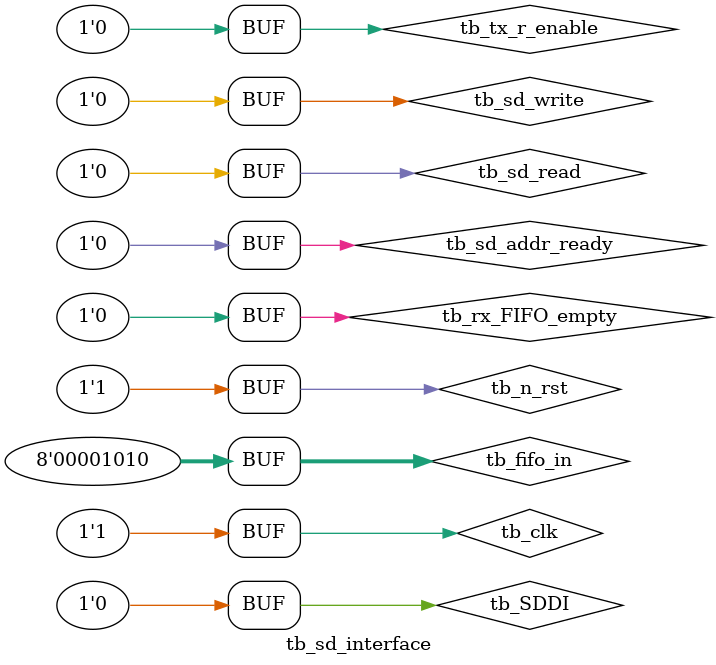
<source format=sv>
`timescale 1ns / 10ps
module tb_sd_interface ();
	

	localparam CLOCK = 9.6;
	reg tb_clk;
	reg tb_n_rst = 1;
	reg tb_sd_read = 0;
	reg tb_sd_write = 0;
	reg tb_sd_addr_ready= 0;
	reg [7:0] tb_fifo_in = 8'b01010101;
	reg tb_tx_r_enable = 1'b0;
	reg tb_sd_done;
	reg tb_sd_err;
	reg [7:0] tb_fifo_out;
	reg tb_r_enable_o;
	reg tb_SDCS;
	reg tb_SDCLK;
	reg tb_SDDI;
	reg tb_SDDO;

	reg tb_mem_clr;		// Active high strobe for at least 1 simulation timestep to zero memory contents
	reg tb_mem_init;	// Active high strobe for at least 1 simulation timestep to set the values for address in
										// currently selected init file to their corresonding values prescribed in the file
	reg tb_mem_dump;	// Active high strobe for at least 1 simulation timestep to dump all values modified since most recent mem_clr activation to
										// the currently chosen dump file. 
										// Only the locations between the "tb_start_address" and "tb_last_address" (inclusive) will be dumped
	reg tb_verbose;		// Active high enable for more verbose debuging information
	
	reg tb_read_enable;		// Active high read enable for the SRAM
	reg tb_write_enable;	// Active high write enable for the SRAM
	
	reg [11:0]	tb_address; 		// The address of the first word in the access
	reg [7:0]	tb_read_data;		// The data read from the SRAM
	reg [7:0]	tb_write_data;	// The data to be written to the SRAM
	reg tb_rx_FIFO_empty;
	
	//Wrapper portmap
	on_chip_sram_wrapper DUH
	(
		//Test bench control signals
		.mem_clr(tb_mem_clr),
		.mem_init(tb_mem_init),
		.mem_dump(tb_mem_dump),
		.verbose(tb_verbose),
		.init_file_number(tb_init_file_number),
		.dump_file_number(tb_dump_file_number),
		.start_address(tb_start_address),
		.last_address(tb_last_address),
		//Memory interface signals
		.read_enable(tb_read_enable),
		.write_enable(tb_write_enable),
		.address(tb_address),
		.read_data(tb_read_data),
		.write_data(tb_write_data)
	);

	sd_interface DUT (
		.clk(tb_clk),
		.n_rst(tb_n_rst),
		.sd_read(tb_sd_read),
		.sd_write(tb_sd_write),
		.sd_addr_ready(tb_sd_addr_ready),
		.fifo_in(tb_fifo_in),
		.tx_r_enable(tb_tx_r_enable),
		.sd_done(tb_sd_done),
		.sd_err(tb_sd_err),
		.fifo_out(tb_fifo_out),
		.r_enable_o(tb_r_enable_o),
		.test_r_enable(tb_read_enable),
		.test_w_enable(tb_write_enable),
		.test_data_fromFIFO(tb_read_data),
		.test_data_toFIFO(tb_write_data),
		.sd_FIFO_empty(),
		.rx_FIFO_empty(tb_rx_FIFO_empty),
		.sram_addr(tb_address),
		.SDCS(tb_SDCS),
		.SDCLK(tb_SDCLK),
		.SDDI(tb_SDDI),
		.SDDO(tb_SDDO)
	);

	

	always
	begin
		tb_clk = 0;
		#(CLOCK/2.0);
		tb_clk = 1;
		#(CLOCK/2.0);
	end

	
	initial begin
	tb_rx_FIFO_empty = 1'b0;
	#0;
	tb_n_rst=0;
	#5;
	tb_n_rst = 1;

	tb_fifo_in = 8'b00001010;
	#80100;
	tb_sd_addr_ready = 1;
	#5;
	tb_sd_addr_ready = 0;
	tb_SDDI = 1'b0;
	#10000;
	tb_sd_write = 1'b1;
	#10;
	tb_sd_write = 1'b0;
	#(CLOCK*  4000);
	tb_SDDI = 1'b1;
	#(CLOCK * 2000);
	tb_SDDI = 1'b0;
	#(CLOCK * 50000);
	tb_SDDI = 1'b1;
	#(CLOCK * 2000);
	tb_SDDI = 1'b1;
	#(CLOCK * 200);
	tb_SDDI = 1'b0;

	#(CLOCK * 60000);
	tb_sd_read = 1'b1;
	#(CLOCK* 10);
	tb_sd_read = 1'b0;
	#(CLOCK * 500);
	tb_SDDI = 1'b1;
	#(CLOCK * 64);
	tb_SDDI = 1'b0;





	end

endmodule
</source>
